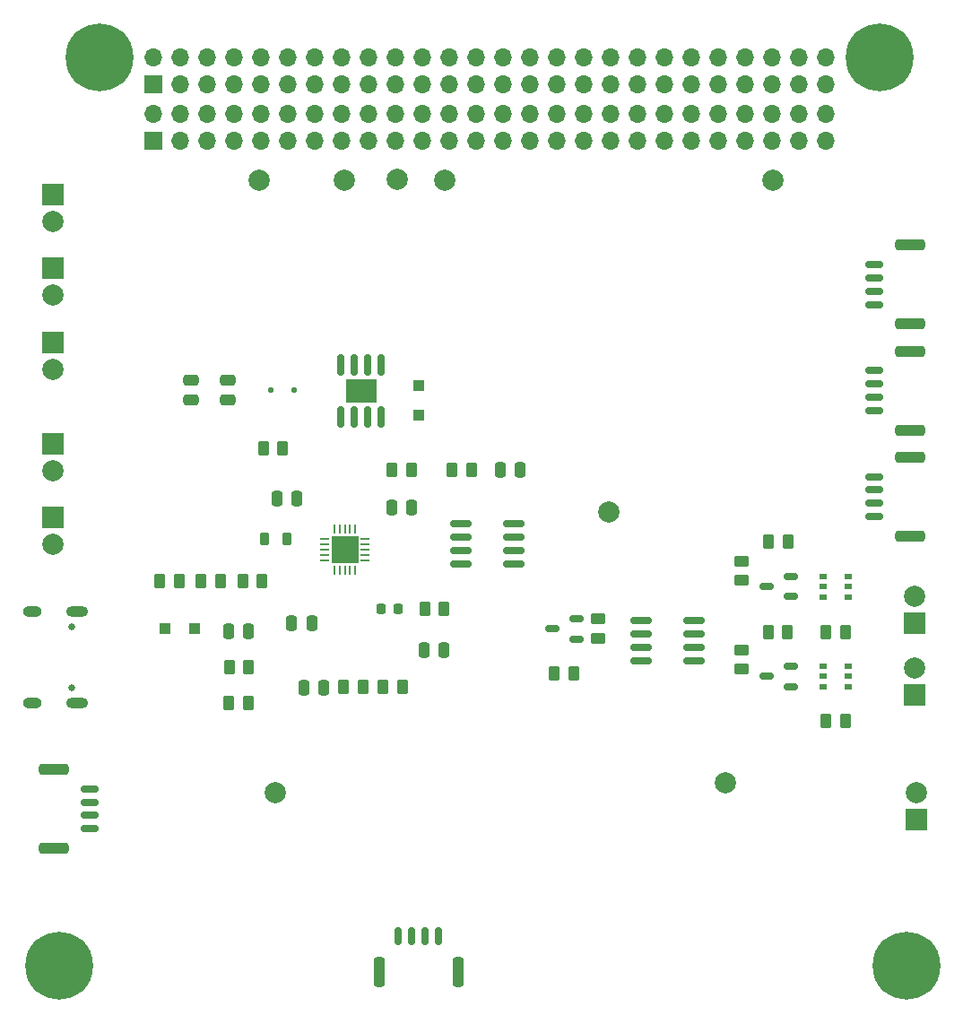
<source format=gbr>
%TF.GenerationSoftware,KiCad,Pcbnew,8.0.3*%
%TF.CreationDate,2024-09-23T14:32:18+01:00*%
%TF.ProjectId,Untitled,556e7469-746c-4656-942e-6b696361645f,rev?*%
%TF.SameCoordinates,Original*%
%TF.FileFunction,Soldermask,Bot*%
%TF.FilePolarity,Negative*%
%FSLAX46Y46*%
G04 Gerber Fmt 4.6, Leading zero omitted, Abs format (unit mm)*
G04 Created by KiCad (PCBNEW 8.0.3) date 2024-09-23 14:32:18*
%MOMM*%
%LPD*%
G01*
G04 APERTURE LIST*
G04 Aperture macros list*
%AMRoundRect*
0 Rectangle with rounded corners*
0 $1 Rounding radius*
0 $2 $3 $4 $5 $6 $7 $8 $9 X,Y pos of 4 corners*
0 Add a 4 corners polygon primitive as box body*
4,1,4,$2,$3,$4,$5,$6,$7,$8,$9,$2,$3,0*
0 Add four circle primitives for the rounded corners*
1,1,$1+$1,$2,$3*
1,1,$1+$1,$4,$5*
1,1,$1+$1,$6,$7*
1,1,$1+$1,$8,$9*
0 Add four rect primitives between the rounded corners*
20,1,$1+$1,$2,$3,$4,$5,0*
20,1,$1+$1,$4,$5,$6,$7,0*
20,1,$1+$1,$6,$7,$8,$9,0*
20,1,$1+$1,$8,$9,$2,$3,0*%
G04 Aperture macros list end*
%ADD10C,6.400000*%
%ADD11R,2.000000X2.000000*%
%ADD12C,2.000000*%
%ADD13C,0.650000*%
%ADD14O,2.100000X1.000000*%
%ADD15O,1.800000X1.000000*%
%ADD16R,1.700000X1.700000*%
%ADD17O,1.700000X1.700000*%
%ADD18RoundRect,0.062500X0.350000X0.062500X-0.350000X0.062500X-0.350000X-0.062500X0.350000X-0.062500X0*%
%ADD19RoundRect,0.062500X0.062500X0.350000X-0.062500X0.350000X-0.062500X-0.350000X0.062500X-0.350000X0*%
%ADD20R,2.500000X2.500000*%
%ADD21RoundRect,0.150000X0.512500X0.150000X-0.512500X0.150000X-0.512500X-0.150000X0.512500X-0.150000X0*%
%ADD22RoundRect,0.250000X0.262500X0.450000X-0.262500X0.450000X-0.262500X-0.450000X0.262500X-0.450000X0*%
%ADD23R,0.700000X0.510000*%
%ADD24RoundRect,0.250000X-0.450000X0.262500X-0.450000X-0.262500X0.450000X-0.262500X0.450000X0.262500X0*%
%ADD25RoundRect,0.250000X0.250000X0.475000X-0.250000X0.475000X-0.250000X-0.475000X0.250000X-0.475000X0*%
%ADD26RoundRect,0.250000X-0.250000X-0.475000X0.250000X-0.475000X0.250000X0.475000X-0.250000X0.475000X0*%
%ADD27RoundRect,0.250000X-0.262500X-0.450000X0.262500X-0.450000X0.262500X0.450000X-0.262500X0.450000X0*%
%ADD28RoundRect,0.250000X0.475000X-0.250000X0.475000X0.250000X-0.475000X0.250000X-0.475000X-0.250000X0*%
%ADD29RoundRect,0.150000X0.700000X-0.150000X0.700000X0.150000X-0.700000X0.150000X-0.700000X-0.150000X0*%
%ADD30RoundRect,0.250000X1.150000X-0.250000X1.150000X0.250000X-1.150000X0.250000X-1.150000X-0.250000X0*%
%ADD31RoundRect,0.250000X-0.300000X0.300000X-0.300000X-0.300000X0.300000X-0.300000X0.300000X0.300000X0*%
%ADD32RoundRect,0.150000X-0.150000X-0.700000X0.150000X-0.700000X0.150000X0.700000X-0.150000X0.700000X0*%
%ADD33RoundRect,0.250000X-0.250000X-1.150000X0.250000X-1.150000X0.250000X1.150000X-0.250000X1.150000X0*%
%ADD34RoundRect,0.150000X-0.825000X-0.150000X0.825000X-0.150000X0.825000X0.150000X-0.825000X0.150000X0*%
%ADD35RoundRect,0.150000X0.150000X-0.825000X0.150000X0.825000X-0.150000X0.825000X-0.150000X-0.825000X0*%
%ADD36R,3.000000X2.290000*%
%ADD37RoundRect,0.150000X-0.700000X0.150000X-0.700000X-0.150000X0.700000X-0.150000X0.700000X0.150000X0*%
%ADD38RoundRect,0.250000X-1.150000X0.250000X-1.150000X-0.250000X1.150000X-0.250000X1.150000X0.250000X0*%
%ADD39RoundRect,0.250000X0.450000X-0.262500X0.450000X0.262500X-0.450000X0.262500X-0.450000X-0.262500X0*%
%ADD40RoundRect,0.250000X-0.300000X-0.300000X0.300000X-0.300000X0.300000X0.300000X-0.300000X0.300000X0*%
%ADD41RoundRect,0.125000X0.125000X0.125000X-0.125000X0.125000X-0.125000X-0.125000X0.125000X-0.125000X0*%
%ADD42RoundRect,0.218750X0.218750X0.381250X-0.218750X0.381250X-0.218750X-0.381250X0.218750X-0.381250X0*%
%ADD43RoundRect,0.218750X-0.218750X-0.256250X0.218750X-0.256250X0.218750X0.256250X-0.218750X0.256250X0*%
G04 APERTURE END LIST*
D10*
%TO.C,H3*%
X75080000Y-140810000D03*
%TD*%
D11*
%TO.C,J16*%
X74500000Y-91500000D03*
D12*
X74500000Y-94040000D03*
%TD*%
D11*
%TO.C,J4*%
X74491311Y-82000000D03*
D12*
X74491311Y-84540000D03*
%TD*%
%TO.C,TP3*%
X111483354Y-66609914D03*
%TD*%
D11*
%TO.C,J9*%
X155850000Y-108500000D03*
D12*
X155850000Y-105960000D03*
%TD*%
%TO.C,TP8*%
X102029681Y-66637637D03*
%TD*%
D11*
%TO.C,J6*%
X74500000Y-74957894D03*
D12*
X74500000Y-77497894D03*
%TD*%
%TO.C,TP4*%
X127000000Y-98000000D03*
%TD*%
D11*
%TO.C,J10*%
X156000000Y-127040000D03*
D12*
X156000000Y-124500000D03*
%TD*%
%TO.C,TP5*%
X142489567Y-66646870D03*
%TD*%
%TO.C,TP1*%
X106992166Y-66582190D03*
%TD*%
D11*
%TO.C,J5*%
X74500000Y-98460000D03*
D12*
X74500000Y-101000000D03*
%TD*%
D13*
%TO.C,J7*%
X76246508Y-108797513D03*
X76246508Y-114577513D03*
D14*
X76746508Y-107367513D03*
D15*
X72566508Y-107367513D03*
D14*
X76746508Y-116007513D03*
D15*
X72566508Y-116007513D03*
%TD*%
D12*
%TO.C,TP2*%
X95500000Y-124500000D03*
%TD*%
D10*
%TO.C,H4*%
X155090000Y-140810000D03*
%TD*%
D12*
%TO.C,TP6*%
X138000000Y-123500000D03*
%TD*%
D11*
%TO.C,J3*%
X74500000Y-68000000D03*
D12*
X74500000Y-70540000D03*
%TD*%
D10*
%TO.C,H1*%
X78890000Y-55080000D03*
%TD*%
%TO.C,H2*%
X152550000Y-55080000D03*
%TD*%
D16*
%TO.C,J2*%
X83970000Y-57620000D03*
D17*
X83970000Y-55080000D03*
X86510000Y-57620000D03*
X86510000Y-55080000D03*
X89050000Y-57620000D03*
X89050000Y-55080000D03*
X91590000Y-57620000D03*
X91590000Y-55080000D03*
X94130000Y-57620000D03*
X94130000Y-55080000D03*
X96670000Y-57620000D03*
X96670000Y-55080000D03*
X99210000Y-57620000D03*
X99210000Y-55080000D03*
X101750000Y-57620000D03*
X101750000Y-55080000D03*
X104290000Y-57620000D03*
X104290000Y-55080000D03*
X106830000Y-57620000D03*
X106830000Y-55080000D03*
X109370000Y-57620000D03*
X109370000Y-55080000D03*
X111910000Y-57620000D03*
X111910000Y-55080000D03*
X114450000Y-57620000D03*
X114450000Y-55080000D03*
X116990000Y-57620000D03*
X116990000Y-55080000D03*
X119530000Y-57620000D03*
X119530000Y-55080000D03*
X122070000Y-57620000D03*
X122070000Y-55080000D03*
X124610000Y-57620000D03*
X124610000Y-55080000D03*
X127150000Y-57620000D03*
X127150000Y-55080000D03*
X129690000Y-57620000D03*
X129690000Y-55080000D03*
X132230000Y-57620000D03*
X132230000Y-55080000D03*
X134770000Y-57620000D03*
X134770000Y-55080000D03*
X137310000Y-57620000D03*
X137310000Y-55080000D03*
X139850000Y-57620000D03*
X139850000Y-55080000D03*
X142390000Y-57620000D03*
X142390000Y-55080000D03*
X144930000Y-57620000D03*
X144930000Y-55080000D03*
X147470000Y-57620000D03*
X147470000Y-55080000D03*
%TD*%
D16*
%TO.C,J1*%
X83970000Y-62900000D03*
D17*
X83970000Y-60360000D03*
X86510000Y-62900000D03*
X86510000Y-60360000D03*
X89050000Y-62900000D03*
X89050000Y-60360000D03*
X91590000Y-62900000D03*
X91590000Y-60360000D03*
X94130000Y-62900000D03*
X94130000Y-60360000D03*
X96670000Y-62900000D03*
X96670000Y-60360000D03*
X99210000Y-62900000D03*
X99210000Y-60360000D03*
X101750000Y-62900000D03*
X101750000Y-60360000D03*
X104290000Y-62900000D03*
X104290000Y-60360000D03*
X106830000Y-62900000D03*
X106830000Y-60360000D03*
X109370000Y-62900000D03*
X109370000Y-60360000D03*
X111910000Y-62900000D03*
X111910000Y-60360000D03*
X114450000Y-62900000D03*
X114450000Y-60360000D03*
X116990000Y-62900000D03*
X116990000Y-60360000D03*
X119530000Y-62900000D03*
X119530000Y-60360000D03*
X122070000Y-62900000D03*
X122070000Y-60360000D03*
X124610000Y-62900000D03*
X124610000Y-60360000D03*
X127150000Y-62900000D03*
X127150000Y-60360000D03*
X129690000Y-62900000D03*
X129690000Y-60360000D03*
X132230000Y-62900000D03*
X132230000Y-60360000D03*
X134770000Y-62900000D03*
X134770000Y-60360000D03*
X137310000Y-62900000D03*
X137310000Y-60360000D03*
X139850000Y-62900000D03*
X139850000Y-60360000D03*
X142390000Y-62900000D03*
X142390000Y-60360000D03*
X144930000Y-62900000D03*
X144930000Y-60360000D03*
X147470000Y-62900000D03*
X147470000Y-60360000D03*
%TD*%
D12*
%TO.C,TP7*%
X93989901Y-66609914D03*
%TD*%
D11*
%TO.C,J8*%
X155850000Y-115275000D03*
D12*
X155850000Y-112735000D03*
%TD*%
D18*
%TO.C,U12*%
X104000000Y-100510000D03*
X104000000Y-101010000D03*
X104000000Y-101510000D03*
X104000000Y-102010000D03*
X104000000Y-102510000D03*
D19*
X103062500Y-103447500D03*
X102562500Y-103447500D03*
X102062500Y-103447500D03*
X101562500Y-103447500D03*
X101062500Y-103447500D03*
D18*
X100125000Y-102510000D03*
X100125000Y-102010000D03*
X100125000Y-101510000D03*
X100125000Y-101010000D03*
X100125000Y-100510000D03*
D19*
X101062500Y-99572500D03*
X101562500Y-99572500D03*
X102062500Y-99572500D03*
X102562500Y-99572500D03*
X103062500Y-99572500D03*
D20*
X102062500Y-101510000D03*
%TD*%
D21*
%TO.C,Q1*%
X123920307Y-108050000D03*
X123920307Y-109950000D03*
X121645307Y-109000000D03*
%TD*%
D22*
%TO.C,R37*%
X107500000Y-114500000D03*
X105675000Y-114500000D03*
%TD*%
D23*
%TO.C,U7*%
X149571733Y-112554018D03*
X149571733Y-113504018D03*
X149571733Y-114454018D03*
X147251733Y-114454018D03*
X147251733Y-113504018D03*
X147251733Y-112554018D03*
%TD*%
D24*
%TO.C,R23*%
X139500000Y-102587500D03*
X139500000Y-104412500D03*
%TD*%
D25*
%TO.C,C39*%
X100061213Y-114530000D03*
X98161213Y-114530000D03*
%TD*%
D22*
%TO.C,R35*%
X96208091Y-91996654D03*
X94383091Y-91996654D03*
%TD*%
D26*
%TO.C,C31*%
X109550000Y-111010000D03*
X111450000Y-111010000D03*
%TD*%
%TO.C,C32*%
X97050000Y-108500000D03*
X98950000Y-108500000D03*
%TD*%
D27*
%TO.C,R34*%
X106500000Y-94010000D03*
X108325000Y-94010000D03*
%TD*%
%TO.C,R39*%
X84587500Y-104510000D03*
X86412500Y-104510000D03*
%TD*%
D28*
%TO.C,C37*%
X91010000Y-87410000D03*
X91010000Y-85510000D03*
%TD*%
D29*
%TO.C,J14*%
X152050000Y-88375000D03*
X152050000Y-87125000D03*
X152050000Y-85875000D03*
X152050000Y-84625000D03*
D30*
X155400000Y-90225000D03*
X155400000Y-82775000D03*
%TD*%
D22*
%TO.C,R24*%
X143891678Y-100736708D03*
X142066678Y-100736708D03*
%TD*%
D25*
%TO.C,C35*%
X118625000Y-94000000D03*
X116725000Y-94000000D03*
%TD*%
D26*
%TO.C,C33*%
X91082987Y-109270563D03*
X92982987Y-109270563D03*
%TD*%
D21*
%TO.C,Q2*%
X144137500Y-112550000D03*
X144137500Y-114450000D03*
X141862500Y-113500000D03*
%TD*%
D27*
%TO.C,R41*%
X112175000Y-94000000D03*
X114000000Y-94000000D03*
%TD*%
D31*
%TO.C,D17*%
X109000000Y-86010000D03*
X109000000Y-88810000D03*
%TD*%
D24*
%TO.C,R22*%
X139500000Y-111000000D03*
X139500000Y-112825000D03*
%TD*%
D27*
%TO.C,R32*%
X91140668Y-112652704D03*
X92965668Y-112652704D03*
%TD*%
D28*
%TO.C,C38*%
X87500000Y-87410000D03*
X87500000Y-85510000D03*
%TD*%
D29*
%TO.C,J13*%
X152050000Y-78375000D03*
X152050000Y-77125000D03*
X152050000Y-75875000D03*
X152050000Y-74625000D03*
D30*
X155400000Y-80225000D03*
X155400000Y-72775000D03*
%TD*%
D32*
%TO.C,J12*%
X107125000Y-138050000D03*
X108375000Y-138050000D03*
X109625000Y-138050000D03*
X110875000Y-138050000D03*
D33*
X105275000Y-141400000D03*
X112725000Y-141400000D03*
%TD*%
D29*
%TO.C,J15*%
X152050000Y-98375000D03*
X152050000Y-97125000D03*
X152050000Y-95875000D03*
X152050000Y-94625000D03*
D30*
X155400000Y-100225000D03*
X155400000Y-92775000D03*
%TD*%
D25*
%TO.C,C36*%
X97539548Y-96679218D03*
X95639548Y-96679218D03*
%TD*%
D21*
%TO.C,Q3*%
X144137500Y-104050000D03*
X144137500Y-105950000D03*
X141862500Y-105000000D03*
%TD*%
D34*
%TO.C,U13*%
X113025000Y-102915000D03*
X113025000Y-101645000D03*
X113025000Y-100375000D03*
X113025000Y-99105000D03*
X117975000Y-99105000D03*
X117975000Y-100375000D03*
X117975000Y-101645000D03*
X117975000Y-102915000D03*
%TD*%
D27*
%TO.C,R36*%
X101946856Y-114500000D03*
X103771856Y-114500000D03*
%TD*%
D22*
%TO.C,R31*%
X111442500Y-107130000D03*
X109617500Y-107130000D03*
%TD*%
%TO.C,R19*%
X123684124Y-113167818D03*
X121859124Y-113167818D03*
%TD*%
D35*
%TO.C,U15*%
X105500000Y-89010000D03*
X104230000Y-89010000D03*
X102960000Y-89010000D03*
X101690000Y-89010000D03*
X101690000Y-84060000D03*
X102960000Y-84060000D03*
X104230000Y-84060000D03*
X105500000Y-84060000D03*
D36*
X103595000Y-86535000D03*
%TD*%
D23*
%TO.C,U8*%
X149557222Y-104088394D03*
X149557222Y-105038394D03*
X149557222Y-105988394D03*
X147237222Y-105988394D03*
X147237222Y-105038394D03*
X147237222Y-104088394D03*
%TD*%
D37*
%TO.C,J11*%
X77950000Y-124125000D03*
X77950000Y-125375000D03*
X77950000Y-126625000D03*
X77950000Y-127875000D03*
D38*
X74600000Y-122275000D03*
X74600000Y-129725000D03*
%TD*%
D34*
%TO.C,U5*%
X130050000Y-112040000D03*
X130050000Y-110770000D03*
X130050000Y-109500000D03*
X130050000Y-108230000D03*
X135000000Y-108230000D03*
X135000000Y-109500000D03*
X135000000Y-110770000D03*
X135000000Y-112040000D03*
%TD*%
D39*
%TO.C,R20*%
X126013852Y-109908312D03*
X126013852Y-108083312D03*
%TD*%
D40*
%TO.C,D16*%
X85100000Y-109010000D03*
X87900000Y-109010000D03*
%TD*%
D27*
%TO.C,R33*%
X91087500Y-116000000D03*
X92912500Y-116000000D03*
%TD*%
D41*
%TO.C,D15*%
X97308091Y-86446654D03*
X95108091Y-86446654D03*
%TD*%
D22*
%TO.C,R38*%
X94237500Y-104510000D03*
X92412500Y-104510000D03*
%TD*%
%TO.C,R40*%
X90325000Y-104510000D03*
X88500000Y-104510000D03*
%TD*%
D42*
%TO.C,L4*%
X96562500Y-100510000D03*
X94437500Y-100510000D03*
%TD*%
D22*
%TO.C,R25*%
X149311813Y-117725241D03*
X147486813Y-117725241D03*
%TD*%
%TO.C,R21*%
X143861853Y-109326365D03*
X142036853Y-109326365D03*
%TD*%
D25*
%TO.C,C34*%
X108378151Y-97564613D03*
X106478151Y-97564613D03*
%TD*%
D43*
%TO.C,D14*%
X105500000Y-107130585D03*
X107075000Y-107130585D03*
%TD*%
D22*
%TO.C,R26*%
X149329068Y-109282187D03*
X147504068Y-109282187D03*
%TD*%
M02*

</source>
